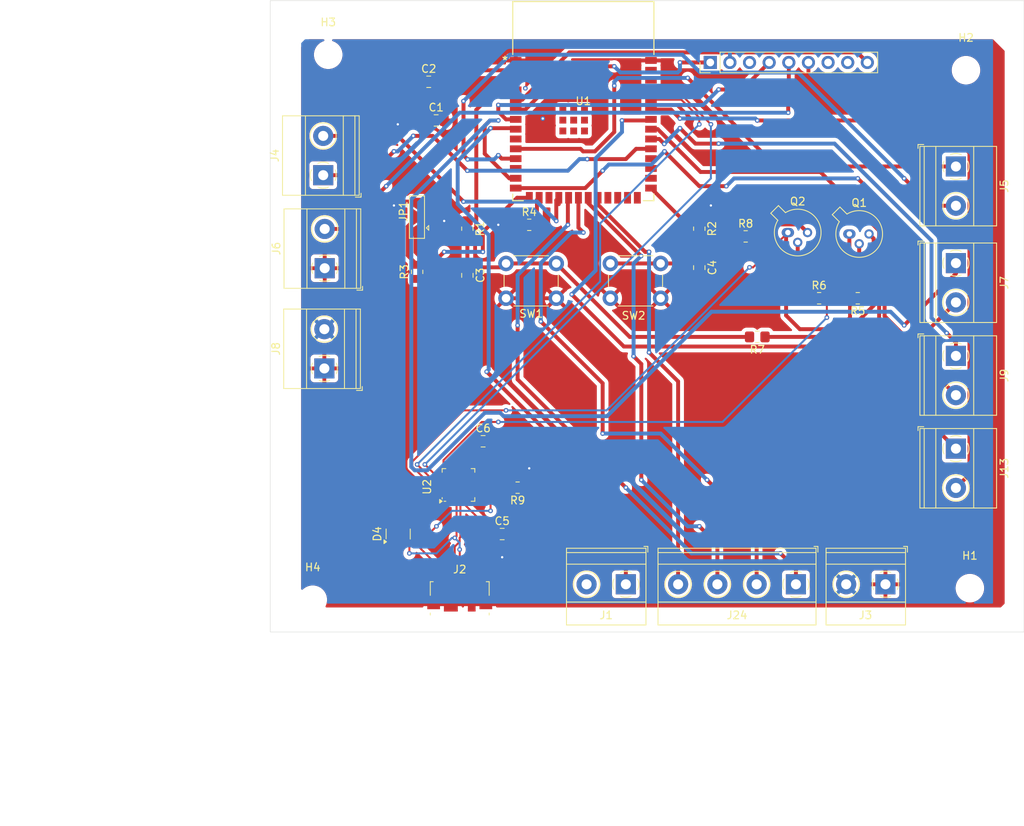
<source format=kicad_pcb>
(kicad_pcb (version 20240108) (generator "pcbnew") (generator_version "8.0")
  (layers (0 "F.Cu" signal) (31 "B.Cu" signal) (34 "B.Paste" user) (35 "F.Paste" user) (36 "B.SilkS" user "B.Silkscreen") (37 "F.SilkS" user "F.Silkscreen") (38 "B.Mask" user) (39 "F.Mask" user) (44 "Edge.Cuts" user))
  (net 0 "")
  (net 1 "+3V3")
  (net 2 "/CHIP_PU")
  (net 3 "/GPIO0_STRAPPING")
  (net 4 "Net-(U2-VPP)")
  (net 5 "+5V")
  (net 6 "GND")
  (net 8 "/UWBINT")
  (net 11 "/D+")
  (net 12 "/D-")
  (net 15 "Net-(U2-~{RST})")
  (net 17 "Net-(JP1-C)")
  (net 18 "/temp_Sensor")
  (net 21 "/pH_Sensor")
  (net 22 "/RTS")
  (net 23 "Net-(Q1-B)")
  (net 24 "Net-(Q1-C)")
  (net 25 "Net-(Q2-B)")
  (net 26 "Net-(Q2-C)")
  (net 27 "/DTR")
  (net 28 "/GPIO3_STRAPPING")
  (net 29 "/GPIO46_STRAPPING")
  (net 30 "/MOTOR4PWM")
  (net 33 "/Moisture_Sensor_Output")
  (net 34 "/MOTOR4FG")
  (net 35 "/LINACT+")
  (net 36 "/MOTOR2FG")
  (net 37 "/LINACT-")
  (net 39 "/UWBMOSI")
  (net 40 "/MOTOR1FG")
  (net 41 "/MOTOR1PWM")
  (net 44 "/RXD")
  (net 45 "/UWBMISO")
  (net 48 "/MOTOR3FG")
  (net 49 "/MOTOR2PWM")
  (net 50 "/UWBCLK")
  (net 51 "/TXD")
  (net 52 "/UWBCS")
  (net 54 "/MOTOR3PWM")
  (net 67 "+VBUS")
  (footprint "TerminalBlock_Phoenix:TerminalBlock_Phoenix_MKDS-1,5-2-5.08_1x02_P5.08mm_Horizontal" (layer "F.Cu") (at 37 73.08 90)
    (property "Reference" "J8")
    (property "Value" "Screw_Terminal_01x02")
  )
  (footprint "MountingHole:MountingHole_3.2mm_M3" (layer "F.Cu") (at 37.5 32.5)
    (property "Reference" "H3")
    (property "Value" "MountingHole")
  )
  (footprint "Resistor_SMD:R_0805_2012Metric_Pad1.20x1.40mm_HandSolder" (layer "F.Cu") (at 91.5 56)
    (property "Reference" "R8")
    (property "Value" "10k")
  )
  (footprint "Capacitor_SMD:C_0805_2012Metric_Pad1.18x1.45mm_HandSolder" (layer "F.Cu") (at 51.4625 41)
    (property "Reference" "C1")
    (property "Value" "10 uF")
  )
  (footprint "Resistor_SMD:R_0805_2012Metric_Pad1.20x1.40mm_HandSolder" (layer "F.Cu") (at 106 64 180)
    (property "Reference" "R5")
    (property "Value" "10k")
  )
  (footprint "Resistor_SMD:R_0805_2012Metric_Pad1.20x1.40mm_HandSolder" (layer "F.Cu") (at 62 88.5 180)
    (property "Reference" "R9")
    (property "Value" "4.7k")
  )
  (footprint "TerminalBlock_Phoenix:TerminalBlock_Phoenix_MKDS-1,5-2-5.08_1x02_P5.08mm_Horizontal" (layer "F.Cu") (at 76 101 180)
    (property "Reference" "J1")
    (property "Value" "UWB_SIGNAL_INT")
  )
  (footprint "Capacitor_SMD:C_0805_2012Metric_Pad1.18x1.45mm_HandSolder" (layer "F.Cu") (at 57.5375 82.5)
    (property "Reference" "C6")
    (property "Value" "4.7uF")
  )
  (footprint "TerminalBlock_Phoenix:TerminalBlock_Phoenix_MKDS-1,5-2-5.08_1x02_P5.08mm_Horizontal" (layer "F.Cu") (at 118.695 71.455 -90)
    (property "Reference" "J9")
    (property "Value" "MOTOR3SIGNAL")
  )
  (footprint "MountingHole:MountingHole_3.2mm_M3" (layer "F.Cu") (at 120 34.5)
    (property "Reference" "H2")
    (property "Value" "MountingHole")
  )
  (footprint "TerminalBlock_Phoenix:TerminalBlock_Phoenix_MKDS-1,5-4-5.08_1x04_P5.08mm_Horizontal" (layer "F.Cu") (at 98 101 180)
    (property "Reference" "J24")
    (property "Value" "UWB SIGNAL")
  )
  (footprint "Package_TO_SOT_SMD:SOT-143" (layer "F.Cu") (at 46.55 94.5 90)
    (property "Reference" "D4")
    (property "Value" "SP0503BAHT")
  )
  (footprint "TerminalBlock_Phoenix:TerminalBlock_Phoenix_MKDS-1,5-2-5.08_1x02_P5.08mm_Horizontal" (layer "F.Cu") (at 37.045 60.115 90)
    (property "Reference" "J6")
    (property "Value" "Screw_Terminal_01x02")
  )
  (footprint "Connector_USB:USB_Micro-B_Molex_47346-0001" (layer "F.Cu") (at 54.5125 102.375)
    (property "Reference" "J2")
    (property "Value" "USB_B_Micro")
  )
  (footprint "Capacitor_SMD:C_0805_2012Metric_Pad1.18x1.45mm_HandSolder" (layer "F.Cu") (at 55.5 61.0375 -90)
    (property "Reference" "C3")
    (property "Value" "1 uF")
  )
  (footprint "Resistor_SMD:R_0805_2012Metric_Pad1.20x1.40mm_HandSolder" (layer "F.Cu") (at 93 69 180)
    (property "Reference" "R7")
    (property "Value" "10k")
  )
  (footprint "TerminalBlock_Phoenix:TerminalBlock_Phoenix_MKDS-1,5-2-5.08_1x02_P5.08mm_Horizontal" (layer "F.Cu") (at 109.58 101 180)
    (property "Reference" "J3")
    (property "Value" "Moisture_Power")
  )
  (footprint "Resistor_SMD:R_0805_2012Metric_Pad1.20x1.40mm_HandSolder" (layer "F.Cu") (at 55.5 55 -90)
    (property "Reference" "R1")
    (property "Value" "100k")
  )
  (footprint "Package_DFN_QFN:QFN-24-1EP_4x4mm_P0.5mm_EP2.6x2.6mm" (layer "F.Cu") (at 54.35 88.15 90)
    (property "Reference" "U2")
    (property "Value" "CP2104")
  )
  (footprint "Capacitor_SMD:C_0805_2012Metric_Pad1.18x1.45mm_HandSolder" (layer "F.Cu") (at 50.5 36)
    (property "Reference" "C2")
    (property "Value" "100 uF")
  )
  (footprint "Resistor_SMD:R_0805_2012Metric_Pad1.20x1.40mm_HandSolder" (layer "F.Cu") (at 101 64)
    (property "Reference" "R6")
    (property "Value" "10k")
  )
  (footprint "TerminalBlock_Phoenix:TerminalBlock_Phoenix_MKDS-1,5-2-5.08_1x02_P5.08mm_Horizontal" (layer "F.Cu") (at 118.695 46.955 -90)
    (property "Reference" "J5")
    (property "Value" "MOTOR1SIGNAL")
  )
  (footprint "Capacitor_SMD:C_0805_2012Metric_Pad1.18x1.45mm_HandSolder" (layer "F.Cu") (at 60 94.5)
    (property "Reference" "C5")
    (property "Value" "10uF")
  )
  (footprint "MountingHole:MountingHole_3.2mm_M3" (layer "F.Cu") (at 35.5 103)
    (property "Reference" "H4")
    (property "Value" "MountingHole")
  )
  (footprint "Button_Switch_THT:SW_PUSH_6mm_H5mm" (layer "F.Cu") (at 80.5 64 180)
    (property "Reference" "SW2")
    (property "Value" "SW_Push")
  )
  (footprint "TerminalBlock_Phoenix:TerminalBlock_Phoenix_MKDS-1,5-2-5.08_1x02_P5.08mm_Horizontal" (layer "F.Cu") (at 36.85 48.08 90)
    (property "Reference" "J4")
    (property "Value" "LINEAR ACTUATOR SIGNAL")
  )
  (footprint "TerminalBlock_Phoenix:TerminalBlock_Phoenix_MKDS-1,5-2-5.08_1x02_P5.08mm_Horizontal" (layer "F.Cu") (at 118.695 83.455 -90)
    (property "Reference" "J13")
    (property "Value" "MOTOR4SIGNAL")
  )
  (footprint "TerminalBlock_Phoenix:TerminalBlock_Phoenix_MKDS-1,5-2-5.08_1x02_P5.08mm_Horizontal" (layer "F.Cu") (at 118.695 59.455 -90)
    (property "Reference" "J7")
    (property "Value" "MOTOR2SIGNAL")
  )
  (footprint "Resistor_SMD:R_0805_2012Metric_Pad1.20x1.40mm_HandSolder" (layer "F.Cu") (at 63.5 54.5)
    (property "Reference" "R4")
    (property "Value" "1k")
  )
  (footprint "Package_TO_SOT_THT:TO-18-3" (layer "F.Cu") (at 104.914724 55.684724)
    (property "Reference" "Q1")
    (property "Value" "BC107")
  )
  (footprint "ESP32:ESP32-S3-WROOM-1_EXP" (layer "F.Cu") (at 70.5 38.5)
    (property "Reference" "U1")
    (property "Value" "ESP32-S3-WROOM-1")
  )
  (footprint "Button_Switch_THT:SW_PUSH_6mm_H5mm" (layer "F.Cu") (at 67 64 180)
    (property "Reference" "SW1")
    (property "Value" "SW_Push")
  )
  (footprint "Jumper:SolderJumper-3_P2.0mm_Open_TrianglePad1.0x1.5mm" (layer "F.Cu") (at 49 53.5 90)
    (property "Reference" "JP1")
    (property "Value" "SolderJumper_3_Open")
  )
  (footprint "Package_TO_SOT_THT:TO-18-3" (layer "F.Cu") (at 96.96 55.5)
    (property "Reference" "Q2")
    (property "Value" "BC107")
  )
  (footprint "MountingHole:MountingHole_3.2mm_M3" (layer "F.Cu") (at 120.5 101.5)
    (property "Reference" "H1")
    (property "Value" "MountingHole")
  )
  (footprint "Connector_PinHeader_2.54mm:PinHeader_1x09_P2.54mm_Vertical" (layer "F.Cu") (at 86.92 33.5 90)
    (property "Reference" "J10" (hide yes))
    (property "Value" "SENSORS")
  )
  (footprint "Capacitor_SMD:C_0805_2012Metric_Pad1.18x1.45mm_HandSolder" (layer "F.Cu") (at 85.5 60.0375 -90)
    (property "Reference" "C4")
    (property "Value" "1 uF")
  )
  (footprint "Resistor_SMD:R_0805_2012Metric_Pad1.20x1.40mm_HandSolder" (layer "F.Cu") (at 85.5 55 -90)
    (property "Reference" "R2")
    (property "Value" "100k")
  )
  (footprint "Resistor_SMD:R_0805_2012Metric" (layer "F.Cu") (at 49 60.5875 90)
    (property "Reference" "R3")
    (property "Value" "1k")
  )
  (gr_rect (start 30 25.5) (end 127.5 107.171109) (stroke (width 0.05)) (fill none) (layer "Edge.Cuts"))
  (segment (start 85.5 53.5) (end 87 52) (width 0.508) (layer "F.Cu") (net 1))
  (segment (start 55.1 90.0875) (end 55.6 90.0875) (width 0.254) (layer "F.Cu") (net 1))
  (segment (start 58.9625 94.5) (end 55.1 90.6375) (width 0.254) (layer "F.Cu") (net 1))
  (segment (start 85.5 54) (end 85.5 53.5) (width 0.508) (layer "F.Cu") (net 1))
  (segment (start 55.1 90.6375) (end 55.1 90.0875) (width 0.254) (layer "F.Cu") (net 1))
  (segment (start 55.5 54) (end 52.5 54) (width 0.508) (layer "F.Cu") (net 1))
  (segment (start 55.6 90.0875) (end 56.2875 89.4) (width 0.254) (layer "F.Cu") (net 1))
  (segment (start 63 88.5) (end 63 86.5) (width 0.254) (layer "F.Cu") (net 1))
  (segment (start 61.75 34.51) (end 50.9525 34.51) (width 0.508) (layer "F.Cu") (net 1))
  (segment (start 62.5 54.5) (end 59.5 54.5) (width 0.508) (layer "F.Cu") (net 1))
  (segment (start 46.5 51.5) (end 46 52) (width 0.508) (layer "F.Cu") (net 1))
  (segment (start 49 51.5) (end 46.5 51.5) (width 0.508) (layer "F.Cu") (net 1))
  (segment (start 49.4625 36) (end 49.4625 40.0375) (width 0.508) (layer "F.Cu") (net 1))
  (segment (start 50.425 41) (end 47 41) (width 0.508) (layer "F.Cu") (net 1))
  (segment (start 58.9625 94.5) (end 58.9625 96.4625) (width 0.254) (layer "F.Cu") (net 1))
  (segment (start 47 41) (end 46.5 41.5) (width 0.508) (layer "F.Cu") (net 1))
  (segment (start 49.4625 40.0375) (end 50.425 41) (width 0.508) (layer "F.Cu") (net 1))
  (segment (start 50.9525 34.51) (end 49.4625 36) (width 0.508) (layer "F.Cu") (net 1))
  (segment (start 50 51.5) (end 52.5 54) (width 0.508) (layer "F.Cu") (net 1))
  (segment (start 58.9625 96.4625) (end 60 97.5) (width 0.254) (layer "F.Cu") (net 1))
  (segment (start 63 86.5) (end 63.5 86) (width 0.254) (layer "F.Cu") (net 1))
  (segment (start 49 51.5) (end 50 51.5) (width 0.508) (layer "F.Cu") (net 1))
  (via (at 87 52) (size 0.6) (drill 0.3) (layers "F.Cu" "B.Cu") (net 1))
  (via (at 60 97.5) (size 0.6) (drill 0.3) (layers "F.Cu" "B.Cu") (net 1))
  (via (at 46.5 41.5) (size 0.6) (drill 0.3) (layers "F.Cu" "B.Cu") (net 1))
  (via (at 63.5 86) (size 0.6) (drill 0.3) (layers "F.Cu" "B.Cu") (net 1))
  (via (at 52.5 54) (size 0.6) (drill 0.3) (layers "F.Cu" "B.Cu") (net 1))
  (via (at 59.5 54.5) (size 0.6) (drill 0.3) (layers "F.Cu" "B.Cu") (net 1))
  (via (at 46 52) (size 0.6) (drill 0.3) (layers "F.Cu" "B.Cu") (net 1))
  (segment (start 55.5 60) (end 60 60) (width 0.508) (layer "F.Cu") (net 2))
  (segment (start 55.5 60) (end 55.5 56) (width 0.508) (layer "F.Cu") (net 2))
  (segment (start 55.5 56) (end 56.654 54.846) (width 0.508) (layer "F.Cu") (net 2))
  (segment (start 56.654 54.846) (end 56.654 39.6187) (width 0.508) (layer "F.Cu") (net 2))
  (segment (start 56.654 39.6187) (end 60.4927 35.78) (width 0.508) (layer "F.Cu") (net 2))
  (segment (start 76.5 69) (end 67 59.5) (width 0.508) (layer "F.Cu") (net 2))
  (segment (start 92 69) (end 76.5 69) (width 0.508) (layer "F.Cu") (net 2))
  (segment (start 60.5 59.5) (end 67 59.5) (width 0.508) (layer "F.Cu") (net 2))
  (segment (start 60.4927 35.78) (end 61.75 35.78) (width 0.508) (layer "F.Cu") (net 2))
  (segment (start 60 60) (end 60.5 59.5) (width 0.508) (layer "F.Cu") (net 2))
  (segment (start 84.5 59) (end 84 59.5) (width 0.508) (layer "F.Cu") (net 3))
  (segment (start 74 59.5) (end 80.5 59.5) (width 0.508) (layer "F.Cu") (net 3))
  (segment (start 85.5 56) (end 79.25 49.75) (width 0.508) (layer "F.Cu") (net 3))
  (segment (start 84 59.5) (end 80.5 59.5) (width 0.508) (layer "F.Cu") (net 3))
  (segment (start 90.5 56) (end 85.5 56) (width 0.508) (layer "F.Cu") (net 3))
  (segment (start 85.5 59) (end 84.5 59) (width 0.508) (layer "F.Cu") (net 3))
  (segment (start 85.5 56) (end 85.5 59) (width 0.508) (layer "F.Cu") (net 3))
  (segment (start 55.847432 82.5) (end 54.1 84.247432) (width 0.254) (layer "F.Cu") (net 4))
  (segment (start 54.1 84.247432) (end 54.1 86.2125) (width 0.254) (layer "F.Cu") (net 4))
  (segment (start 56.5 82.5) (end 55.847432 82.5) (width 0.254) (layer "F.Cu") (net 4))
  (segment (start 97.08 38.92) (end 97.08 33.5) (width 0.508) (layer "F.Cu") (net 5))
  (segment (start 97 40) (end 97 39) (width 0.508) (layer "F.Cu") (net 5))
  (segment (start 97 39) (end 97.08 38.92) (width 0.508) (layer "F.Cu") (net 5))
  (segment (start 39.465 55.035) (end 45 49.5) (width 0.508) (layer "F.Cu") (net 5))
  (segment (start 37.045 55.035) (end 39.465 55.035) (width 0.508) (layer "F.Cu") (net 5))
  (via (at 45 49.5) (size 0.6) (drill 0.3) (layers "F.Cu" "B.Cu") (net 5))
  (via (at 97 40) (size 0.6) (drill 0.3) (layers "F.Cu" "B.Cu") (net 5))
  (segment (start 45 49.5) (end 54.5 40) (width 0.508) (layer "B.Cu") (net 5))
  (segment (start 54.5 40) (end 97 40) (width 0.508) (layer "B.Cu") (net 5))
  (segment (start 60.5 64) (end 67 64) (width 0.508) (layer "F.Cu") (net 6))
  (via (at 65.252629 40.754) (size 0.6) (drill 0.3) (layers "F.Cu" "B.Cu") (net 6))
  (via (at 62.9993 36.836182) (size 0.6) (drill 0.3) (layers "F.Cu" "B.Cu") (net 6))
  (segment (start 76 91.5) (end 58 73.5) (width 0.508) (layer "F.Cu") (net 8))
  (segment (start 61.62 42) (end 61.75 42.13) (width 0.508) (layer "F.Cu") (net 8))
  (segment (start 76 101) (end 76 91.5) (width 0.508) (layer "F.Cu") (net 8))
  (segment (start 58.5 42) (end 61.62 42) (width 0.508) (layer "F.Cu") (net 8))
  (via (at 58.5 42) (size 0.6) (drill 0.3) (layers "F.Cu" "B.Cu") (net 8))
  (via (at 58 73.5) (size 0.6) (drill 0.3) (layers "F.Cu" "B.Cu") (net 8))
  (segment (start 58.254 55.820318) (end 54.246 51.812318) (width 0.508) (layer "B.Cu") (net 8))
  (segment (start 54.246 51.812318) (end 54.246 46.254) (width 0.508) (layer "B.Cu") (net 8))
  (segment (start 58.254 73.246) (end 58.254 55.820318) (width 0.508) (layer "B.Cu") (net 8))
  (segment (start 58 73.5) (end 58.254 73.246) (width 0.508) (layer "B.Cu") (net 8))
  (segment (start 54.246 46.254) (end 58.5 42) (width 0.508) (layer "B.Cu") (net 8))
  (segment (start 48 96) (end 47.5 95.5) (width 0.254) (layer "F.Cu") (net 11))
  (segment (start 54.1 94.776722) (end 54.1 90.0875) (width 0.254) (layer "F.Cu") (net 11))
  (segment (start 48 97) (end 48 96) (width 0.254) (layer "F.Cu") (net 11))
  (segment (start 54.5125 100.915) (end 54.5125 96.5125) (width 0.254) (layer "F.Cu") (net 11))
  (segment (start 53.873 95.003722) (end 54.1 94.776722) (width 0.254) (layer "F.Cu") (net 11))
  (segment (start 54.5125 96.5125) (end 54.5 96.5) (width 0.254) (layer "F.Cu") (net 11))
  (via (at 48 97) (size 0.6) (drill 0.3) (layers "F.Cu" "B.Cu") (net 11))
  (via (at 53.873 95.003722) (size 0.6) (drill 0.3) (layers "F.Cu" "B.Cu") (net 11))
  (via (at 54.5 96.5) (size 0.6) (drill 0.3) (layers "F.Cu" "B.Cu") (net 11))
  (segment (start 54.5 95.630722) (end 53.873 95.003722) (width 0.254) (layer "B.Cu") (net 11))
  (segment (start 51.507444 97) (end 48 97) (width 0.254) (layer "B.Cu") (net 11))
  (segment (start 53.503722 95.003722) (end 51.507444 97) (width 0.254) (layer "B.Cu") (net 11))
  (segment (start 53.873 95.003722) (end 53.503722 95.003722) (width 0.254) (layer "B.Cu") (net 11))
  (segment (start 54.5 96.5) (end 54.5 95.630722) (width 0.254) (layer "B.Cu") (net 11))
  (segment (start 53.8625 100.915) (end 53.8625 101.834) (width 0.254) (layer "F.Cu") (net 12))
  (segment (start 43 95) (end 43 93) (width 0.254) (layer "F.Cu") (net 12))
  (segment (start 53.5945 102.102) (end 50.102 102.102) (width 0.254) (layer "F.Cu") (net 12))
  (segment (start 46 92) (end 47.5 93.5) (width 0.254) (layer "F.Cu") (net 12))
  (segment (start 53.8625 101.834) (end 53.5945 102.102) (width 0.254) (layer "F.Cu") (net 12))
  (segment (start 44 92) (end 46 92) (width 0.254) (layer "F.Cu") (net 12))
  (segment (start 53.8625 96.1375) (end 54.5 95.5) (width 0.254) (layer "F.Cu") (net 12))
  (segment (start 54.5 95) (end 54.6 94.9) (width 0.254) (layer "F.Cu") (net 12))
  (segment (start 54.5 95.5) (end 54.5 95) (width 0.254) (layer "F.Cu") (net 12))
  (segment (start 50.102 102.102) (end 43 95) (width 0.254) (layer "F.Cu") (net 12))
  (segment (start 54.6 94.9) (end 54.6 90.0875) (width 0.254) (layer "F.Cu") (net 12))
  (segment (start 53.8625 100.915) (end 53.8625 96.1375) (width 0.254) (layer "F.Cu") (net 12))
  (segment (start 43 93) (end 44 92) (width 0.254) (layer "F.Cu") (net 12))
  (segment (start 60.5 88.5) (end 60.4 88.4) (width 0.254) (layer "F.Cu") (net 15))
  (segment (start 61 88.5) (end 60.5 88.5) (width 0.254) (layer "F.Cu") (net 15))
  (segment (start 60.4 88.4) (end 56.2875 88.4) (width 0.254) (layer "F.Cu") (net 15))
  (segment (start 47.791 54.709) (end 47.791 58.466) (width 0.508) (layer "F.Cu") (net 17))
  (segment (start 47.791 58.466) (end 49 59.675) (width 0.508) (layer "F.Cu") (net 17))
  (segment (start 49 53.5) (end 47.791 54.709) (width 0.508) (layer "F.Cu") (net 17))
  (segment (start 59.5 39.8673) (end 60.4927 40.86) (width 0.508) (layer "F.Cu") (net 18))
  (segment (start 60.4927 40.86) (end 61.75 40.86) (width 0.508) (layer "F.Cu") (net 18))
  (segment (start 91.04 37) (end 88 37) (width 0.508) (layer "F.Cu") (net 18))
  (segment (start 59.5 39) (end 59.5 39.8673) (width 0.508) (layer "F.Cu") (net 18))
  (segment (start 94.54 33.5) (end 91.04 37) (width 0.508) (layer "F.Cu") (net 18))
  (via (at 88 37) (size 0.6) (drill 0.3) (layers "F.Cu" "B.Cu") (net 18))
  (via (at 59.5 39) (size 0.6) (drill 0.3) (layers "F.Cu" "B.Cu") (net 18))
  (segment (start 88 37) (end 86 39) (width 0.508) (layer "B.Cu") (net 18))
  (segment (start 86 39) (end 59.5 39) (width 0.508) (layer "B.Cu") (net 18))
  (segment (start 68.5973 34) (end 63.0073 39.59) (width 0.508) (layer "F.Cu") (net 21))
  (segment (start 63.0073 39.59) (end 61.75 39.59) (width 0.508) (layer "F.Cu") (net 21))
  (segment (start 74.5 34) (end 68.5973 34) (width 0.508) (layer "F.Cu") (net 21))
  (segment (start 86.92 33.5) (end 83 33.5) (width 0.508) (layer "F.Cu") (net 21))
  (via (at 83 33.5) (size 0.6) (drill 0.3) (layers "F.Cu" "B.Cu") (net 21))
  (via (at 74.5 34) (size 0.6) (drill 0.3) (layers "F.Cu" "B.Cu") (net 21))
  (segment (start 75.292 34.792) (end 74.5 34) (width 0.508) (layer "B.Cu") (net 21))
  (segment (start 83 34.5) (end 82.708 34.792) (width 0.508) (layer "B.Cu") (net 21))
  (segment (start 82.708 34.792) (end 75.292 34.792) (width 0.508) (layer "B.Cu") (net 21))
  (segment (start 83 33.5) (end 83 34.5) (width 0.508) (layer "B.Cu") (net 21))
  (segment (start 52.4125 84.952072) (end 57.364572 80) (width 0.254) (layer "F.Cu") (net 22))
  (segment (start 102 64) (end 102 63.5) (width 0.508) (layer "F.Cu") (net 22))
  (segment (start 57.364572 80) (end 59.5 80) (width 0.254) (layer "F.Cu") (net 22))
  (segment (start 52.4125 86.9) (end 52.4125 84.952072) (width 0.254) (layer "F.Cu") (net 22))
  (segment (start 104.914724 60.585276) (end 104.914724 55.684724) (width 0.508) (layer "F.Cu") (net 22))
  (segment (start 102 66.5) (end 102 64) (width 0.254) (layer "F.Cu") (net 22))
  (segment (start 102 63.5) (end 104.914724 60.585276) (width 0.508) (layer "F.Cu") (net 22))
  (via (at 59.5 80) (size 0.6) (drill 0.3) (layers "F.Cu" "B.Cu") (net 22))
  (via (at 102 66.5) (size 0.6) (drill 0.3) (layers "F.Cu" "B.Cu") (net 22))
  (segment (start 59.5 80) (end 88.5 80) (width 0.254) (layer "B.Cu") (net 22))
  (segment (start 88.5 80) (end 102 66.5) (width 0.254) (layer "B.Cu") (net 22))
  (segment (start 106.184724 56.954724) (end 106.184724 63.184724) (width 0.508) (layer "F.Cu") (net 23))
  (segment (start 106.184724 63.184724) (end 107 64) (width 0.508) (layer "F.Cu") (net 23))
  (segment (start 104 69) (end 94 69) (width 0.508) (layer "F.Cu") (net 24))
  (segment (start 108.054724 64.945276) (end 104 69) (width 0.508) (layer "F.Cu") (net 24))
  (segment (start 108.054724 56.284724) (end 108.054724 64.945276) (width 0.508) (layer "F.Cu") (net 24))
  (segment (start 107.454724 55.684724) (end 108.054724 56.284724) (width 0.508) (layer "F.Cu") (net 24))
  (segment (start 98.23 56.77) (end 98.23 62.23) (width 0.508) (layer "F.Cu") (net 25))
  (segment (start 98.23 62.23) (end 100 64) (width 0.508) (layer "F.Cu") (net 25))
  (segment (start 94.054 54.446) (end 98.446 54.446) (width 0.508) (layer "F.Cu") (net 26))
  (segment (start 98.446 54.446) (end 99.5 55.5) (width 0.508) (layer "F.Cu") (net 26))
  (segment (start 92.5 56) (end 94.054 54.446) (width 0.508) (layer "F.Cu") (net 26))
  (segment (start 105 66.5) (end 105 64) (width 0.508) (layer "F.Cu") (net 27))
  (segment (start 48.373 85.759712) (end 48.373 85.127) (width 0.254) (layer "F.Cu") (net 27))
  (segment (start 96.73 66.23) (end 98.5 68) (width 0.508) (layer "F.Cu") (net 27))
  (segment (start 98.5 68) (end 103.5 68) (width 0.508) (layer "F.Cu") (net 27))
  (segment (start 48.373 85.127) (end 55 78.5) (width 0.254) (layer "F.Cu") (net 27))
  (segment (start 103.5 68) (end 105 66.5) (width 0.508) (layer "F.Cu") (net 27))
  (segment (start 92.46 60) (end 96.96 55.5) (width 0.254) (layer "F.Cu") (net 27))
  (segment (start 52.4125 88.9) (end 51.513288 88.9) (width 0.254) (layer "F.Cu") (net 27))
  (segment (start 92 60) (end 92.46 60) (width 0.254) (layer "F.Cu") (net 27))
  (segment (start 96.96 55.5) (end 96.73 55.73) (width 0.254) (layer "F.Cu") (net 27))
  (segment (start 51.513288 88.9) (end 48.373 85.759712) (width 0.254) (layer "F.Cu") (net 27))
  (segment (start 55 78.5) (end 60.5 78.5) (width 0.254) (layer "F.Cu") (net 27))
  (segment (start 96.73 55.73) (end 96.73 66.23) (width 0.508) (layer "F.Cu") (net 27))
  (via (at 60.5 78.5) (size 0.6) (drill 0.3) (layers "F.Cu" "B.Cu") (net 27))
  (via (at 92 60) (size 0.6) (drill 0.3) (layers "F.Cu" "B.Cu") (net 27))
  (segment (start 73.5 78.5) (end 92 60) (width 0.254) (layer "B.Cu") (net 27))
  (segment (start 60.5 78.5) (end 73.5 78.5) (width 0.254) (layer "B.Cu") (net 27))
  (segment (start 61.933682 51) (end 63.515 51) (width 0.508) (layer "F.Cu") (net 28))
  (segment (start 57.5 55.433682) (end 61.933682 51) (width 0.508) (layer "F.Cu") (net 28))
  (segment (start 57.5 58) (end 57.5 55.433682) (width 0.508) (layer "F.Cu") (net 28))
  (segment (start 49 61.5) (end 52.5 58) (width 0.508) (layer "F.Cu") (net 28))
  (via (at 57.5 58) (size 0.6) (drill 0.3) (layers "F.Cu" "B.Cu") (net 28))
  (via (at 52.5 58) (size 0.6) (drill 0.3) (layers "F.Cu" "B.Cu") (net 28))
  (segment (start 52.5 58) (end 57.5 58) (width 0.508) (layer "B.Cu") (net 28))
  (segment (start 64.5 51.285) (end 64.785 51) (width 0.508) (layer "F.Cu") (net 29))
  (segment (start 64.5 54.5) (end 64.5 51.285) (width 0.508) (layer "F.Cu") (net 29))
  (segment (start 118.695 83.455) (end 105.486 70.246) (width 0.508) (layer "F.Cu") (net 30))
  (segment (start 75.746 70.246) (end 69 63.5) (width 0.508) (layer "F.Cu") (net 30))
  (segment (start 105.486 70.246) (end 75.746 70.246) (width 0.508) (layer "F.Cu") (net 30))
  (segment (start 79.11 41) (end 79.25 40.86) (width 0.508) (layer "F.Cu") (net 30))
  (segment (start 75.5 41) (end 79.11 41) (width 0.508) (layer "F.Cu") (net 30))
  (via (at 75.5 41) (size 0.6) (drill 0.3) (layers "F.Cu" "B.Cu") (net 30))
  (via (at 69 63.5) (size 0.6) (drill 0.3) (layers "F.Cu" "B.Cu") (net 30))
  (segment (start 75.5 41) (end 75.5 42.5) (width 0.508) (layer "B.Cu") (net 30))
  (segment (start 75.5 42.5) (end 72.092 45.908) (width 0.508) (layer "B.Cu") (net 30))
  (segment (start 72.092 45.908) (end 72.092 60.408) (width 0.508) (layer "B.Cu") (net 30))
  (segment (start 72.092 60.408) (end 69 63.5) (width 0.508) (layer "B.Cu") (net 30))
  (segment (start 68.7058 32.196) (end 62.5818 38.32) (width 0.508) (layer "F.Cu") (net 33))
  (segment (start 107.24 33.5) (end 105.936 32.196) (width 0.508) (layer "F.Cu") (net 33))
  (segment (start 105.936 32.196) (end 68.7058 32.196) (width 0.508) (layer "F.Cu") (net 33))
  (segment (start 62.5818 38.32) (end 61.75 38.32) (width 0.508) (layer "F.Cu") (net 33))
  (segment (start 81.836 39.59) (end 79.25 39.59) (width 0.508) (layer "F.Cu") (net 34))
  (segment (start 120.449 86.781) (end 120.449 45.201) (width 0.508) (layer "F.Cu") (net 34))
  (segment (start 83 40.754) (end 81.836 39.59) (width 0.508) (layer "F.Cu") (net 34))
  (segment (start 118.695 88.535) (end 120.449 86.781) (width 0.508) (layer "F.Cu") (net 34))
  (segment (start 120.449 45.201) (end 116.248 41) (width 0.508) (layer "F.Cu") (net 34))
  (segment (start 116.248 41) (end 93 41) (width 0.508) (layer "F.Cu") (net 34))
  (via (at 93 41) (size 0.6) (drill 0.3) (layers "F.Cu" "B.Cu") (net 34))
  (via (at 83 40.754) (size 0.6) (drill 0.3) (layers "F.Cu" "B.Cu") (net 34))
  (segment (start 92.746 40.746) (end 83.008 40.746) (width 0.508) (layer "B.Cu") (net 34))
  (segment (start 93 41) (end 92.746 40.746) (width 0.508) (layer "B.Cu") (net 34))
  (segment (start 83.008 40.746) (end 83 40.754) (width 0.508) (layer "B.Cu") (net 34))
  (segment (start 51 43) (end 55.5 47.5) (width 0.508) (layer "F.Cu") (net 35))
  (segment (start 36.85 48.08) (end 42.92 48.08) (width 0.508) (layer "F.Cu") (net 35))
  (segment (start 71 46) (end 76 46) (width 0.508) (layer "F.Cu") (net 35))
  (segment (start 48.5 43) (end 51 43) (width 0.508) (layer "F.Cu") (net 35))
  (segment (start 77.33 44.67) (end 79.25 44.67) (width 0.508) (layer "F.Cu") (net 35))
  (segment (start 42.92 48.08) (end 46 45) (width 0.508) (layer "F.Cu") (net 35))
  (segment (start 76 46) (end 77.33 44.67) (width 0.508) (layer "F.Cu") (net 35))
  (via (at 46 45) (size 0.6) (drill 0.3) (layers "F.Cu" "B.Cu") (net 35))
  (via (at 71 46) (size 0.6) (drill 0.3) (layers "F.Cu" "B.Cu") (net 35))
  (via (at 48.5 43) (size 0.6) (drill 0.3) (layers "F.Cu" "B.Cu") (net 35))
  (via (at 55.5 47.5) (size 0.6) (drill 0.3) (layers "F.Cu" "B.Cu") (net 35))
  (segment (start 70 46) (end 71 46) (width 0.508) (layer "B.Cu") (net 35))
  (segment (start 46.5 45) (end 48.5 43) (width 0.508) (layer "B.Cu") (net 35))
  (segment (start 46 45) (end 46.5 45) (width 0.508) (layer "B.Cu") (net 35))
  (segment (start 55.5 47.5) (end 68.5 47.5) (width 0.508) (layer "B.Cu") (net 35))
  (segment (start 68.5 47.5) (end 70 46) (width 0.508) (layer "B.Cu") (net 35))
  (segment (start 85.5 49.5) (end 81 45) (width 0.508) (layer "F.Cu") (net 36))
  (segment (start 112.661264 69.5) (end 109.470724 66.30946) (width 0.508) (layer "F.Cu") (net 36))
  (segment (start 113.73 69.5) (end 112.661264 69.5) (width 0.508) (layer "F.Cu") (net 36))
  (segment (start 109.470724 51.970724) (end 106 48.5) (width 0.508) (layer "F.Cu") (net 36))
  (segment (start 70.75 49.75) (end 61.75 49.75) (width 0.508) (layer "F.Cu") (net 36))
  (segment (start 118.695 64.535) (end 113.73 69.5) (width 0.508) (layer "F.Cu") (net 36))
  (segment (start 89 49.5) (end 85.5 49.5) (width 0.508) (layer "F.Cu") (net 36))
  (segment (start 109.470724 66.30946) (end 109.470724 51.970724) (width 0.508) (layer "F.Cu") (net 36))
  (segment (start 73 47.5) (end 70.75 49.75) (width 0.508) (layer "F.Cu") (net 36))
  (via (at 81 45) (size 0.6) (drill 0.3) (layers "F.Cu" "B.Cu") (net 36))
  (via (at 106 48.5) (size 0.6) (drill 0.3) (layers "F.Cu" "B.Cu") (net 36))
  (via (at 73 47.5) (size 0.6) (drill 0.3) (layers "F.Cu" "B.Cu") (net 36))
  (via (at 89 49.5) (size 0.6) (drill 0.3) (layers "F.Cu" "B.Cu") (net 36))
  (segment (start 106 48.5) (end 90 48.5) (width 0.508) (layer "B.Cu") (net 36))
  (segment (start 73.8 46.7) (end 73 47.5) (width 0.508) (layer "B.Cu") (net 36))
  (segment (start 79.3 46.7) (end 73.8 46.7) (width 0.508) (layer "B.Cu") (net 36))
  (segment (start 90 48.5) (end 89 49.5) (width 0.508) (layer "B.Cu") (net 36))
  (segment (start 81 45) (end 79.3 46.7) (width 0.508) (layer "B.Cu") (net 36))
  (segment (start 67.325 51.8318) (end 67.325 51) (width 0.508) (layer "F.Cu") (net 37))
  (segment (start 36.85 43) (end 46.5 43) (width 0.508) (layer "F.Cu") (net 37))
  (segment (start 46.5 43) (end 55 51.5) (width 0.508) (layer "F.Cu") (net 37))
  (segment (start 67 51.325) (end 67.325 51) (width 0.508) (layer "F.Cu") (net 37))
  (segment (start 67 54) (end 67 51.325) (width 0.508) (layer "F.Cu") (net 37))
  (via (at 55 51.5) (size 0.6) (drill 0.3) (layers "F.Cu" "B.Cu") (net 37))
  (via (at 67 54) (size 0.6) (drill 0.3) (layers "F.Cu" "B.Cu") (net 37))
  (segment (start 64.5 51.5) (end 67 54) (width 0.508) (layer "B.Cu") (net 37))
  (segment (start 55 51.5) (end 64.5 51.5) (width 0.508) (layer "B.Cu") (net 37))
  (segment (start 68.5 54.5) (end 68.5 51.095) (width 0.508) (layer "F.Cu") (net 39))
  (segment (start 98 99) (end 96 97) (width 0.508) (layer "F.Cu") (net 39))
  (segment (start 98 101) (end 98 99) (width 0.508) (layer "F.Cu") (net 39))
  (segment (start 62 74.5) (end 62 67.5) (width 0.508) (layer "F.Cu") (net 39))
  (segment (start 76 88.5) (end 62 74.5) (width 0.508) (layer "F.Cu") (net 39))
  (segment (start 68.5 51.095) (end 68.595 51) (width 0.508) (layer "F.Cu") (net 39))
  (via (at 96 97) (size 0.6) (drill 0.3) (layers "F.Cu" "B.Cu") (net 39))
  (via (at 76 88.5) (size 0.6) (drill 0.3) (layers "F.Cu" "B.Cu") (net 39))
  (via (at 68.5 54.5) (size 0.6) (drill 0.3) (layers "F.Cu" "B.Cu") (net 39))
  (via (at 62 67.5) (size 0.6) (drill 0.3) (layers "F.Cu" "B.Cu") (net 39))
  (segment (start 62 67.5) (end 62 61) (width 0.508) (layer "B.Cu") (net 39))
  (segment (start 84.5 97) (end 76 88.5) (width 0.508) (layer "B.Cu") (net 39))
  (segment (start 62 61) (end 68.5 54.5) (width 0.508) (layer "B.Cu") (net 39))
  (segment (start 96 97) (end 84.5 97) (width 0.508) (layer "B.Cu") (net 39))
  (segment (start 55 38.5) (end 55 45.5) (width 0.508) (layer "F.Cu") (net 40))
  (segment (start 59.94 45.94) (end 61.75 45.94) (width 0.508) (layer "F.Cu") (net 40))
  (segment (start 115.535 52.035) (end 112 48.5) (width 0.508) (layer "F.Cu") (net 40))
  (segment (start 59.5 45.5) (end 59.94 45.94) (width 0.508) (layer "F.Cu") (net 40))
  (segment (start 118.695 52.035) (end 115.535 52.035) (width 0.508) (layer "F.Cu") (net 40))
  (segment (start 55 45.5) (end 55.533159 46.033159) (width 0.508) (layer "F.Cu") (net 40))
  (via (at 55 38.5) (size 0.6) (drill 0.3) (layers "F.Cu" "B.Cu") (net 40))
  (via (at 59.5 45.5) (size 0.6) (drill 0.3) (layers "F.Cu" "B.Cu") (net 40))
  (via (at 112 48.5) (size 0.6) (drill 0.3) (layers "F.Cu" "B.Cu") (net 40))
  (via (at 55.533159 46.033159) (size 0.6) (drill 0.3) (layers "F.Cu" "B.Cu") (net 40))
  (segment (start 112 48.5) (end 98.304 34.804) (width 0.508) (layer "B.Cu") (net 40))
  (segment (start 85.616 34.804) (end 83.312 32.5) (width 0.508) (layer "B.Cu") (net 40))
  (segment (start 98.304 34.804) (end 85.616 34.804) (width 0.508) (layer "B.Cu") (net 40))
  (segment (start 83.312 32.5) (end 61 32.5) (width 0.508) (layer "B.Cu") (net 40))
  (segment (start 55.533159 46.033159) (end 58.966841 46.033159) (width 0.508) (layer "B.Cu") (net 40))
  (segment (start 61 32.5) (end 55 38.5) (width 0.508) (layer "B.Cu") (net 40))
  (segment (start 58.966841 46.033159) (end 59.5 45.5) (width 0.508) (layer "B.Cu") (net 40))
  (segment (start 118.695 46.955) (end 95.455 46.955) (width 0.508) (layer "F.Cu") (net 41))
  (segment (start 72 45) (end 70.467 45) (width 0.508) (layer "F.Cu") (net 41))
  (segment (start 74.5 42.5) (end 72 45) (width 0.508) (layer "F.Cu") (net 41))
  (segment (start 74.5 36.5) (end 74.5 42.5) (width 0.508) (layer "F.Cu") (net 41))
  (segment (start 70.467 45) (end 70.137 44.67) (width 0.508) (layer "F.Cu") (net 41))
  (segment (start 70.137 44.67) (end 61.75 44.67) (width 0.508) (layer "F.Cu") (net 41))
  (segment (start 95.455 46.955) (end 84 35.5) (width 0.508) (layer "F.Cu") (net 41))
  (via (at 84 35.5) (size 0.6) (drill 0.3) (layers "F.Cu" "B.Cu") (net 41))
  (via (at 74.5 36.5) (size 0.6) (drill 0.3) (layers "F.Cu" "B.Cu") (net 41))
  (segment (start 75 35.5) (end 74.5 36) (width 0.508) (layer "B.Cu") (net 41))
  (segment (start 74.5 36) (end 74.5 36.5) (width 0.508) (layer "B.Cu") (net 41))
  (segment (start 84 35.5) (end 75 35.5) (width 0.508) (layer "B.Cu") (net 41))
  (segment (start 87 41.5) (end 82.55 37.05) (width 0.254) (layer "F.Cu") (net 44))
  (segment (start 82.55 37.05) (end 79.25 37.05) (width 0.254) (layer "F.Cu") (net 44))
  (segment (start 51.9 87.4) (end 50 85.5) (width 0.254) (layer "F.Cu") (net 44))
  (segment (start 52.4125 87.4) (end 51.9 87.4) (width 0.254) (layer "F.Cu") (net 44))
  (via (at 87 41.5) (size 0.6) (drill 0.3) (layers "F.Cu" "B.Cu") (net 44))
  (via (at 50 85.5) (size 0.6) (drill 0.3) (layers "F.Cu" "B.Cu") (net 44))
  (segment (start 50 85.5) (end 87 48.5) (width 0.254) (layer "B.Cu") (net 44))
  (segment (start 87 48.5) (end 87 41.5) (width 0.254) (layer "B.Cu") (net 44))
  (segment (start 78 72.5) (end 77 71.5) (width 0.508) (layer "F.Cu") (net 45))
  (segment (start 77.966841 58.533159) (end 71.135 51.701318) (width 0.508) (layer "F.Cu") (net 45))
  (segment (start 71.135 51.701318) (end 71.135 51) (width 0.508) (layer "F.Cu") (net 45))
  (segment (start 87.84 95.84) (end 85.5 93.5) (width 0.508) (layer "F.Cu") (net 45))
  (segment (start 87.84 101) (end 87.84 95.84) (width 0.508) (layer "F.Cu") (net 45))
  (segment (start 78 87.5) (end 78 72.5) (width 0.508) (layer "F.Cu") (net 45))
  (via (at 77.966841 58.533159) (size 0.6) (drill 0.3) (layers "F.Cu" "B.Cu") (net 45))
  (via (at 78 87.5) (size 0.6) (drill 0.3) (layers "F.Cu" "B.Cu") (net 45))
  (via (at 77 71.5) (size 0.6) (drill 0.3) (layers "F.Cu" "B.Cu") (net 45))
  (via (at 85.5 93.5) (size 0.6) (drill 0.3) (layers "F.Cu" "B.Cu") (net 45))
  (segment (start 84 93.5) (end 78 87.5) (width 0.508) (layer "B.Cu") (net 45))
  (segment (start 77 71.5) (end 77 59.5) (width 0.508) (layer "B.Cu") (net 45))
  (segment (start 85.5 93.5) (end 84 93.5) (width 0.508) (layer "B.Cu") (net 45))
  (segment (start 77 59.5) (end 77.966841 58.533159) (width 0.508) (layer "B.Cu") (net 45))
  (segment (start 108.762724 55.262724) (end 101.163 47.663) (width 0.508) (layer "F.Cu") (net 48))
  (segment (start 101.163 47.663) (end 85.663 47.663) (width 0.508) (layer "F.Cu") (net 48))
  (segment (start 118.695 76.535) (end 108.762724 66.602724) (width 0.508) (layer "F.Cu") (net 48))
  (segment (start 108.762724 66.602724) (end 108.762724 55.262724) (width 0.508) (layer "F.Cu") (net 48))
  (segment (start 85.663 47.663) (end 80.13 42.13) (width 0.508) (layer "F.Cu") (net 48))
  (segment (start 80.13 42.13) (end 79.25 42.13) (width 0.508) (layer "F.Cu") (net 48))
  (segment (start 60.9182 48.48) (end 61.75 48.48) (width 0.508) (layer "F.Cu") (net 49))
  (segment (start 58.433682 41) (end 57.746 41.687682) (width 0.508) (layer "F.Cu") (net 49))
  (segment (start 118.695 59.455) (end 118.695 60.805) (width 0.508) (layer "F.Cu") (net 49))
  (segment (start 59.5 41) (end 58.433682 41) (width 0.508) (layer "F.Cu") (net 49))
  (segment (start 57.746 41.687682) (end 57.746 45.3078) (width 0.508) (layer "F.Cu") (net 49))
  (segment (start 57.746 45.3078) (end 60.9182 48.48) (width 0.508) (layer "F.Cu") (net 49))
  (segment (start 118.695 60.805) (end 112 67.5) (width 0.508) (layer "F.Cu") (net 49))
  (via (at 112 67.5) (size 0.6) (drill 0.3) (layers "F.Cu" "B.Cu") (net 49))
  (via (at 59.5 41) (size 0.6) (drill 0.3) (layers "F.Cu" "B.Cu") (net 49))
  (segment (start 87.075658 65.746) (end 73.567658 79.254) (width 0.508) (layer "B.Cu") (net 49))
  (segment (start 57.754 78.812318) (end 50.312318 86.254) (width 0.508) (layer "B.Cu") (net 49))
  (segment (start 110.246 65.746) (end 87.075658 65.746) (width 0.508) (layer "B.Cu") (net 49))
  (segment (start 58.433682 41) (end 59.5 41) (width 0.508) (layer "B.Cu") (net 49))
  (segment (start 60.187682 79.254) (end 59.746 78.812318) (width 0.508) (layer "B.Cu") (net 49))
  (segment (start 59.746 78.812318) (end 57.754 78.812318) (width 0.508) (layer "B.Cu") (net 49))
  (segment (start 48.246 85.812318) (end 48.246 51.187682) (width 0.508) (layer "B.Cu") (net 49))
  (segment (start 48.687682 86.254) (end 48.246 85.812318) (width 0.508) (layer "B.Cu") (net 49))
  (segment (start 48.246 51.187682) (end 58.433682 41) (width 0.508) (layer "B.Cu") (net 49))
  (segment (start 73.567658 79.254) (end 60.187682 79.254) (width 0.508) (layer "B.Cu") (net 49))
  (segment (start 112 67.5) (end 110.246 65.746) (width 0.508) (layer "B.Cu") (net 49))
  (segment (start 50.312318 86.254) (end 48.687682 86.254) (width 0.508) (layer "B.Cu") (net 49))
  (segment (start 73 81.5) (end 73 75) (width 0.508) (layer "F.Cu") (net 50))
  (segment (start 69.865 54.865) (end 69.865 51) (width 0.508) (layer "F.Cu") (net 50))
  (segment (start 92.92 93.92) (end 86.5 87.5) (width 0.508) (layer "F.Cu") (net 50))
  (segment (start 70.5 55.5) (end 69.865 54.865) (width 0.508) (layer "F.Cu") (net 50))
  (segment (start 73 75) (end 65 67) (width 0.508) (layer "F.Cu") (net 50))
  (segment (start 92.92 101) (end 92.92 93.92) (width 0.508) (layer "F.Cu") (net 50))
  (via (at 86.5 87.5) (size 0.6) (drill 0.3) (layers "F.Cu" "B.Cu") (net 50))
  (via (at 73 81.5) (size 0.6) (drill 0.3) (layers "F.Cu" "B.Cu") (net 50))
  (via (at 70.5 55.5) (size 0.6) (drill 0.3) (layers "F.Cu" "B.Cu") (net 50))
  (via (at 65 67) (size 0.6) (drill 0.3) (layers "F.Cu" "B.Cu") (net 50))
  (segment (start 80.5 81.5) (end 73 81.5) (width 0.508) (layer "B.Cu") (net 50))
  (segment (start 65 67) (end 65 59.443733) (width 0.508) (layer "B.Cu") (net 50))
  (segment (start 86.5 87.5) (end 80.5 81.5) (width 0.508) (layer "B.Cu") (net 50))
  (segment (start 68.943733 55.5) (end 70.5 55.5) (width 0.508) (layer "B.Cu") (net 50))
  (segment (start 65 59.443733) (end 68.943733 55.5) (width 0.508) (layer "B.Cu") (net 50))
  (segment (start 85.5 41.5) (end 85.5 40.642052) (width 0.254) (layer "F.Cu") (net 51))
  (segment (start 85.5 40.642052) (end 83.177948 38.32) (width 0.254) (layer "F.Cu") (net 51))
  (segment (start 83.177948 38.32) (end 79.25 38.32) (width 0.254) (layer "F.Cu") (net 51))
  (segment (start 52.4125 87.9) (end 51.4 87.9) (width 0.254) (layer "F.Cu") (net 51))
  (segment (start 51.4 87.9) (end 49 85.5) (width 0.254) (layer "F.Cu") (net 51))
  (via (at 85.5 41.5) (size 0.6) (drill 0.3) (layers "F.Cu" "B.Cu") (net 51))
  (via (at 49 85.5) (size 0.6) (drill 0.3) (layers "F.Cu" "B.Cu") (net 51))
  (segment (start 49 85.5) (end 72.673 61.827) (width 0.254) (layer "B.Cu") (net 51))
  (segment (start 72.673 61.827) (end 72.673 54.327) (width 0.254) (layer "B.Cu") (net 51))
  (segment (start 72.673 54.327) (end 85.5 41.5) (width 0.254) (layer "B.Cu") (net 51))
  (segment (start 72.405 51.905) (end 72.405 51) (width 0.508) (layer "F.Cu") (net 52))
  (segment (start 78.5 58) (end 72.405 51.905) (width 0.508) (layer "F.Cu") (net 52))
  (segment (start 82.76 101) (end 82.76 74.76) (width 0.508) (layer "F.Cu") (net 52))
  (segment (start 82.76 74.76) (end 79 71) (width 0.508) (layer "F.Cu") (net 52))
  (segment (start 79 58) (end 78.5 58) (width 0.508) (layer "F.Cu") (net 52))
  (via (at 79 58) (size 0.6) (drill 0.3) (layers "F.Cu" "B.Cu") (net 52))
  (via (at 79 71) (size 0.6) (drill 0.3) (layers "F.Cu" "B.Cu") (net 52))
  (segment (start 79 71) (end 79 58) (width 0.508) (layer "B.Cu") (net 52))
  (segment (start 80.966841 44.033159) (end 80.333682 43.4) (width 0.508) (layer "F.Cu") (net 54))
  (segment (start 80.333682 43.4) (end 79.25 43.4) (width 0.508) (layer "F.Cu") (net 54))
  (segment (start 118.695 71.455) (end 118.695 69.695) (width 0.508) (layer "F.Cu") (net 54))
  (segment (start 118.695 69.695) (end 117.5 68.5) (width 0.508) (layer "F.Cu") (net 54))
  (segment (start 85 44) (end 83 42) (width 0.508) (layer "F.Cu") (net 54))
  (segment (start 88 44) (end 85 44) (width 0.508) (layer "F.Cu") (net 54))
  (via (at 117.5 68.5) (size 0.6) (drill 0.3) (layers "F.Cu" "B.Cu") (net 54))
  (via (at 83 42) (size 0.6) (drill 0.3) (layers "F.Cu" "B.Cu") (net 54))
  (via (at 80.966841 44.033159) (size 0.6) (drill 0.3) (layers "F.Cu" "B.Cu") (net 54))
  (via (at 88 44) (size 0.6) (drill 0.3) (layers "F.Cu" "B.Cu") (net 54))
  (segment (start 115.539419 56.539419) (end 103 44) (width 0.508) (layer "B.Cu") (net 54))
  (segment (start 117.5 68.5) (end 115.539419 66.539419) (width 0.508) (layer "B.Cu") (net 54))
  (segment (start 115.539419 66.539419) (end 115.539419 56.539419) (width 0.508) (layer "B.Cu") (net 54))
  (segment (start 83 42) (end 80.966841 44.033159) (width 0.508) (layer "B.Cu") (net 54))
  (segment (start 103 44) (end 88 44) (width 0.508) (layer "B.Cu") (net 54))
  (segment (start 53.2125 100.915) (end 53.2125 100.148) (width 0.254) (layer "F.Cu") (net 67))
  (segment (start 58.5 91.5) (end 58.5 90.647432) (width 0.254) (layer "F.Cu") (net 67))
  (segment (start 46.6 94.5) (end 45.6 93.5) (width 0.254) (layer "F.Cu") (net 67))
  (segment (start 56.752568 88.9) (end 56.2875 88.9) (width 0.254) (layer "F.Cu") (net 67))
  (segment (start 58.5 90.647432) (end 56.752568 88.9) (width 0.254) (layer "F.Cu") (net 67))
  (segment (start 47.5645 94.5) (end 46.6 94.5) (width 0.254) (layer "F.Cu") (net 67))
  (segment (start 50.5 94.5) (end 51.5 93.5) (width 0.254) (layer "F.Cu") (net 67))
  (segment (start 47.5645 94.5) (end 50.5 94.5) (width 0.254) (layer "F.Cu") (net 67))
  (segment (start 53.2125 100.148) (end 47.5645 94.5) (width 0.254) (layer "F.Cu") (net 67))
  (via (at 58.5 91.5) (size 0.6) (drill 0.3) (layers "F.Cu" "B.Cu") (net 67))
  (via (at 51.5 93.5) (size 0.6) (drill 0.3) (layers "F.Cu" "B.Cu") (net 67))
  (segment (start 53.5 91.5) (end 58.5 91.5) (width 0.254) (layer "B.Cu") (net 67))
  (segment (start 51.5 93.5) (end 53.5 91.5) (width 0.254) (layer "B.Cu") (net 67))
  (zone (net 6) (net_name "GND") (layer "F.Cu") (connect_pads (clearance 0.5)) (min_thickness 0.25) (fill yes (thermal_gap 0.5) (thermal_bridge_width 0.5))
    (polygon (pts (xy 35 30.5) (xy 123.5 30.5) (xy 125 32) (xy 125 103.5) (xy 124.5 104) (xy 34 104) (xy 34 31.5)))
  )
  (zone (net 1) (net_name "+3V3") (layer "B.Cu") (priority 1) (connect_pads (clearance 0.5)) (min_thickness 0.25) (fill yes (thermal_gap 0.5) (thermal_bridge_width 0.5))
    (polygon (pts (xy 123.5 30.5) (xy 123.5 103.5) (xy 34 103.5) (xy 34 31) (xy 34.5 30.5)))
  )
)
</source>
